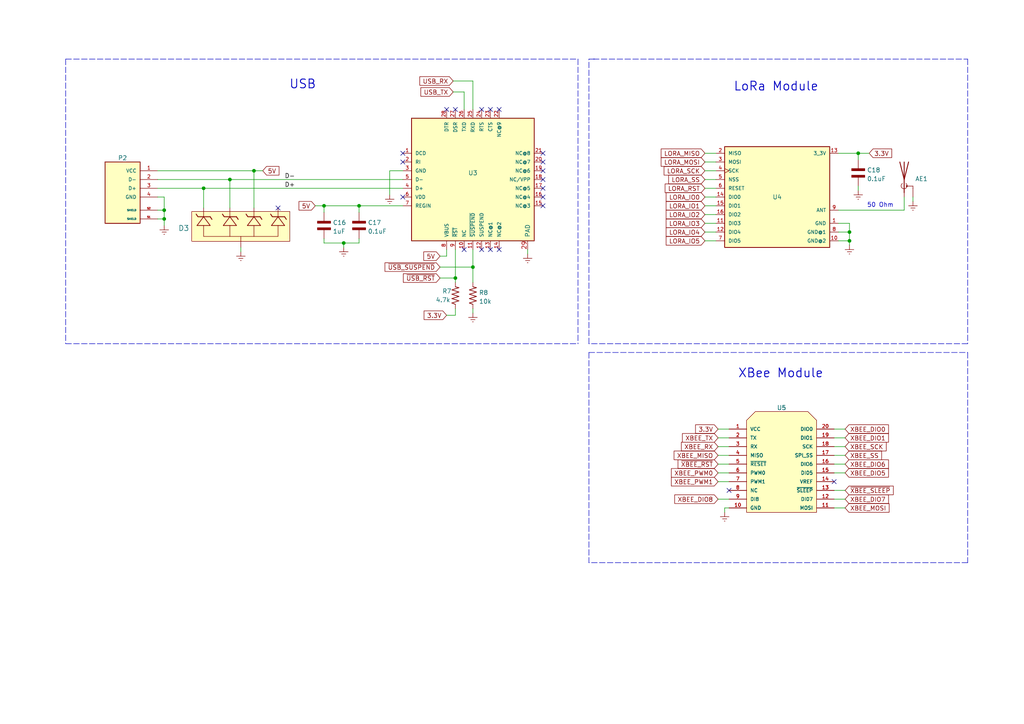
<source format=kicad_sch>
(kicad_sch (version 20211123) (generator eeschema)
  (paper "A4")
  (lib_symbols
    (symbol "Ground-Station-Telemetry:142-0701-851" (pin_numbers hide) (pin_names (offset 1.016) hide)
      (property "Reference" "AE" (at -1.905 4.445 0))
      (symbol "142-0701-851_0_1"
        (arc (start -0.508 -1.143) (mid -0.8429 -2.1194) (end 0 -2.667))
        (arc (start 0 -2.667) (mid 0.7989 -2.1052) (end 0.508 -1.143))
        (polyline (pts (xy 0 -2.54) (xy 0 0)))
        (polyline (pts (xy 0 5.08) (xy 0 -3.81)) (stroke (width 0.254)))
        (polyline (pts (xy 0.762 -1.905) (xy 2.54 -1.905)))
        (polyline (pts (xy 2.54 -2.54) (xy 2.54 -1.905)))
        (polyline (pts (xy 1.27 5.08) (xy 0 0) (xy -1.27 5.08)) (stroke (width 0.254)))
        (circle (center 0.762 -1.905) (radius 0.1778) (fill (type outline)))
      )
      (symbol "142-0701-851_1_1"
        (pin input line (at 0 -5.08 90) (length 2.54) (name "A") (number "1"))
        (pin input line (at 2.54 -5.08 90) (length 2.54) (name "Shield") (number "2"))
      )
    )
    (symbol "Ground-Station-Telemetry:CAP_0603" (pin_numbers hide) (pin_names (offset 1.016) hide)
      (property "Reference" "C" (at -1.27 3.81 0))
      (property "Value" "CAP_0603" (at -3.81 -3.81 0))
      (symbol "CAP_0603_0_0"
        (rectangle (start -1.27 -1.905) (end -0.635 1.905) (fill (type outline)))
        (rectangle (start 0.635 -1.905) (end 1.27 1.905) (fill (type outline)))
        (pin passive line (at 3.81 0 180) (length 2.54) (name "~") (number "1"))
        (pin passive line (at -3.81 0 0) (length 2.54) (name "~") (number "2"))
      )
    )
    (symbol "Ground-Station-Telemetry:CP2102-GMR(QFN28)" (pin_names (offset 1.016))
      (property "Reference" "U" (at -15.24 19.05 0))
      (symbol "CP2102-GMR(QFN28)_0_0"
        (rectangle (start -17.78 17.78) (end 17.78 -17.78) (stroke (width 0.254)) (fill (type background)))
        (pin bidirectional line (at -20.32 7.62 0) (length 2.54) (name "DCD") (number "1"))
        (pin bidirectional line (at -2.54 -20.32 90) (length 2.54) (name "NC") (number "10"))
        (pin bidirectional line (at 0 -20.32 90) (length 2.54) (name "~{SUSPEND}") (number "11"))
        (pin bidirectional line (at 2.54 -20.32 90) (length 2.54) (name "SUSPEND") (number "12"))
        (pin bidirectional line (at 5.08 -20.32 90) (length 2.54) (name "NC@1") (number "13"))
        (pin bidirectional line (at 7.62 -20.32 90) (length 2.54) (name "NC@2") (number "14"))
        (pin bidirectional line (at 20.32 -7.62 180) (length 2.54) (name "NC@3") (number "15"))
        (pin bidirectional line (at 20.32 -5.08 180) (length 2.54) (name "NC@4") (number "16"))
        (pin bidirectional line (at 20.32 -2.54 180) (length 2.54) (name "NC@5") (number "17"))
        (pin bidirectional line (at 20.32 0 180) (length 2.54) (name "NC/VPP") (number "18"))
        (pin bidirectional line (at 20.32 2.54 180) (length 2.54) (name "NC@6") (number "19"))
        (pin bidirectional line (at -20.32 5.08 0) (length 2.54) (name "RI") (number "2"))
        (pin bidirectional line (at 20.32 5.08 180) (length 2.54) (name "NC@7") (number "20"))
        (pin bidirectional line (at 20.32 7.62 180) (length 2.54) (name "NC@8") (number "21"))
        (pin bidirectional line (at 7.62 20.32 270) (length 2.54) (name "NC@9") (number "22"))
        (pin bidirectional line (at 5.08 20.32 270) (length 2.54) (name "CTS") (number "23"))
        (pin bidirectional line (at 2.54 20.32 270) (length 2.54) (name "RTS") (number "24"))
        (pin bidirectional line (at 0 20.32 270) (length 2.54) (name "RXD") (number "25"))
        (pin bidirectional line (at -2.54 20.32 270) (length 2.54) (name "TXD") (number "26"))
        (pin bidirectional line (at -5.08 20.32 270) (length 2.54) (name "DSR") (number "27"))
        (pin bidirectional line (at -7.62 20.32 270) (length 2.54) (name "DTR") (number "28"))
        (pin power_in line (at -20.32 2.54 0) (length 2.54) (name "GND") (number "3"))
        (pin bidirectional line (at -20.32 -2.54 0) (length 2.54) (name "D+") (number "4"))
        (pin bidirectional line (at -20.32 0 0) (length 2.54) (name "D-") (number "5"))
        (pin bidirectional line (at -20.32 -5.08 0) (length 2.54) (name "VDD") (number "6"))
        (pin power_in line (at -20.32 -7.62 0) (length 2.54) (name "REGIN") (number "7"))
        (pin power_in line (at -7.62 -20.32 90) (length 2.54) (name "VBUS") (number "8"))
        (pin bidirectional line (at -5.08 -20.32 90) (length 2.54) (name "~{RST}") (number "9"))
      )
      (symbol "CP2102-GMR(QFN28)_1_1"
        (pin passive line (at 15.875 -20.32 90) (length 2.54) (name "PAD") (number "29"))
      )
    )
    (symbol "Ground-Station-Telemetry:Earth" (power) (pin_names (offset 0))
      (symbol "Earth_0_1"
        (polyline (pts (xy -0.635 -1.905) (xy 0.635 -1.905)))
        (polyline (pts (xy -0.127 -2.54) (xy 0.127 -2.54)))
        (polyline (pts (xy 0 -1.27) (xy 0 0)))
        (polyline (pts (xy 1.27 -1.27) (xy -1.27 -1.27)))
      )
      (symbol "Earth_1_1"
        (pin power_in line (at 0 0 270) (length 0) hide (name "Earth") (number "1"))
      )
    )
    (symbol "Ground-Station-Telemetry:RES_0603" (pin_numbers hide) (pin_names (offset 1.016) hide)
      (property "Reference" "R" (at -1.27 1.27 0))
      (property "Value" "RES_0603" (at -3.81 -2.54 0))
      (symbol "RES_0603_0_0"
        (polyline (pts (xy -2.54 0) (xy -2.159 1.016)) (stroke (width 0.2032)))
        (polyline (pts (xy -2.159 1.016) (xy -1.524 -1.016)) (stroke (width 0.2032)))
        (polyline (pts (xy -1.524 -1.016) (xy -0.889 1.016)) (stroke (width 0.2032)))
        (polyline (pts (xy -0.889 1.016) (xy -0.254 -1.016)) (stroke (width 0.2032)))
        (polyline (pts (xy -0.254 -1.016) (xy 0.381 1.016)) (stroke (width 0.2032)))
        (polyline (pts (xy 0.381 1.016) (xy 1.016 -1.016)) (stroke (width 0.2032)))
        (polyline (pts (xy 1.016 -1.016) (xy 1.651 1.016)) (stroke (width 0.2032)))
        (polyline (pts (xy 1.651 1.016) (xy 2.286 -1.016)) (stroke (width 0.2032)))
        (polyline (pts (xy 2.286 -1.016) (xy 2.54 0)) (stroke (width 0.2032)))
        (pin passive line (at -3.81 0 0) (length 1.27) (name "~") (number "1"))
        (pin passive line (at 3.81 0 180) (length 1.27) (name "~") (number "2"))
      )
    )
    (symbol "Ground-Station-Telemetry:RFM95W-868S2" (pin_names (offset 1.016))
      (property "Reference" "U" (at -4.445 14.605 0))
      (property "Value" "RFM95W-868S2" (at -7.62 -1.905 0))
      (symbol "RFM95W-868S2_0_0"
        (rectangle (start -15.24 14.605) (end 15.24 -14.605) (stroke (width 0.254)) (fill (type background)))
        (pin power_in line (at 17.78 -7.62 180) (length 2.54) (name "GND") (number "1"))
        (pin power_in line (at 17.78 -12.7 180) (length 2.54) (name "GND@2") (number "10"))
        (pin bidirectional line (at -17.78 -7.62 0) (length 2.54) (name "DIO3") (number "11"))
        (pin bidirectional line (at -17.78 -10.16 0) (length 2.54) (name "DIO4") (number "12"))
        (pin power_in line (at 17.78 12.7 180) (length 2.54) (name "3_3V") (number "13"))
        (pin bidirectional line (at -17.78 0 0) (length 2.54) (name "DIO0") (number "14"))
        (pin bidirectional line (at -17.78 -2.54 0) (length 2.54) (name "DIO1") (number "15"))
        (pin bidirectional line (at -17.78 -5.08 0) (length 2.54) (name "DIO2") (number "16"))
        (pin input line (at -17.78 12.7 0) (length 2.54) (name "MISO") (number "2"))
        (pin output line (at -17.78 10.16 0) (length 2.54) (name "MOSI") (number "3"))
        (pin input clock (at -17.78 7.62 0) (length 2.54) (name "SCK") (number "4"))
        (pin input line (at -17.78 5.08 0) (length 2.54) (name "NSS") (number "5"))
        (pin bidirectional line (at -17.78 2.54 0) (length 2.54) (name "RESET") (number "6"))
        (pin bidirectional line (at -17.78 -12.7 0) (length 2.54) (name "DIO5") (number "7"))
        (pin power_in line (at 17.78 -10.16 180) (length 2.54) (name "GND@1") (number "8"))
        (pin passive line (at 17.78 -3.81 180) (length 2.54) (name "ANT") (number "9"))
      )
    )
    (symbol "Ground-Station-Telemetry:SP0504BAHTG" (pin_numbers hide) (pin_names hide)
      (property "Reference" "D" (at -15.748 1.905 0))
      (symbol "SP0504BAHTG_0_1"
        (rectangle (start -14.224 4.699) (end 14.224 -3.937) (stroke (width 0.1524)) (fill (type background)))
        (polyline (pts (xy -8.89 3.175) (xy -8.382 2.413)) (stroke (width 0.254)))
        (polyline (pts (xy -3.175 0.635) (xy -3.175 -2.54)) (stroke (width 0.1524)))
        (polyline (pts (xy 3.81 0.635) (xy 3.81 -2.54)) (stroke (width 0.1524)))
        (polyline (pts (xy -8.89 3.175) (xy -12.446 3.175) (xy -12.954 3.937)) (stroke (width 0.254)))
        (polyline (pts (xy 10.795 0.635) (xy 10.795 -2.54) (xy 0 -2.54)) (stroke (width 0.1524)))
        (polyline (pts (xy 0 -3.175) (xy 0 -2.54) (xy -10.795 -2.54) (xy -10.795 0.635)) (stroke (width 0.1524)))
      )
      (symbol "SP0504BAHTG_1_1"
        (polyline (pts (xy -12.7 0.635) (xy -8.89 0.635)) (stroke (width 0.2032)))
        (polyline (pts (xy -10.795 3.175) (xy -12.7 0.635)) (stroke (width 0.2032)))
        (polyline (pts (xy -8.89 0.635) (xy -10.795 3.175)) (stroke (width 0.2032)))
        (polyline (pts (xy -5.08 0.635) (xy -1.27 0.635)) (stroke (width 0.2032)))
        (polyline (pts (xy -3.175 3.175) (xy -5.08 0.635)) (stroke (width 0.2032)))
        (polyline (pts (xy -1.27 0.635) (xy -3.175 3.175)) (stroke (width 0.2032)))
        (polyline (pts (xy -1.27 3.175) (xy -0.762 2.413)) (stroke (width 0.254)))
        (polyline (pts (xy 1.905 0.635) (xy 5.715 0.635)) (stroke (width 0.2032)))
        (polyline (pts (xy 3.81 3.175) (xy 1.905 0.635)) (stroke (width 0.2032)))
        (polyline (pts (xy 5.588 3.175) (xy 6.096 2.413)) (stroke (width 0.254)))
        (polyline (pts (xy 5.715 0.635) (xy 3.81 3.175)) (stroke (width 0.2032)))
        (polyline (pts (xy 8.89 0.635) (xy 12.7 0.635)) (stroke (width 0.2032)))
        (polyline (pts (xy 10.795 3.175) (xy 8.89 0.635)) (stroke (width 0.2032)))
        (polyline (pts (xy 12.7 0.635) (xy 10.795 3.175)) (stroke (width 0.2032)))
        (polyline (pts (xy 12.7 3.175) (xy 13.208 2.413)) (stroke (width 0.254)))
        (polyline (pts (xy -1.27 3.175) (xy -4.826 3.175) (xy -5.334 3.937)) (stroke (width 0.254)))
        (polyline (pts (xy 5.588 3.175) (xy 2.032 3.175) (xy 1.524 3.937)) (stroke (width 0.254)))
        (polyline (pts (xy 12.7 3.175) (xy 9.144 3.175) (xy 8.636 3.937)) (stroke (width 0.254)))
        (pin passive line (at -10.795 5.715 270) (length 2.54) (name "~") (number "1"))
        (pin passive line (at 0 -5.715 90) (length 2.54) (name "~") (number "2"))
        (pin passive line (at -3.175 5.715 270) (length 2.54) (name "~") (number "3"))
        (pin passive line (at 3.81 5.715 270) (length 2.54) (name "~") (number "4"))
        (pin passive line (at 10.795 5.715 270) (length 2.54) (name "~") (number "5"))
      )
    )
    (symbol "Ground-Station-Telemetry:USB" (pin_names (offset 1.016))
      (property "Reference" "P" (at -5.08 10.922 0))
      (symbol "USB_0_0"
        (rectangle (start -5.08 -7.62) (end 5.08 10.16) (stroke (width 0.254)) (fill (type background)))
        (pin power_out line (at -10.16 7.62 0) (length 5.08) (name "VCC") (number "1"))
        (pin bidirectional line (at -10.16 5.08 0) (length 5.08) (name "D-") (number "2"))
        (pin bidirectional line (at -10.16 2.54 0) (length 5.08) (name "D+") (number "3"))
        (pin power_out line (at -10.16 0 0) (length 5.08) (name "GND") (number "4"))
        (pin passive line (at -10.16 -6.35 0) (length 5.08) (name "SHIELD") (number "S1"))
        (pin passive line (at -10.16 -3.81 0) (length 5.08) (name "SHIELD") (number "S2"))
      )
    )
    (symbol "Ground-Station-Telemetry:XB24CDMPIT-001" (pin_names (offset 1.016))
      (property "Reference" "U" (at -3.175 16.51 0))
      (symbol "XB24CDMPIT-001_0_0"
        (pin bidirectional line (at -15.24 10.16 0) (length 5.08) (name "VCC") (number "1"))
        (pin bidirectional line (at -15.24 -12.7 0) (length 5.08) (name "GND") (number "10"))
        (pin bidirectional line (at 15.24 -12.7 180) (length 5.08) (name "MOSI") (number "11"))
        (pin bidirectional line (at 15.24 -10.16 180) (length 5.08) (name "DI07") (number "12"))
        (pin bidirectional line (at 15.24 -7.62 180) (length 5.08) (name "~{SLEEP}") (number "13"))
        (pin bidirectional line (at 15.24 -5.08 180) (length 5.08) (name "VREF") (number "14"))
        (pin bidirectional line (at 15.24 -2.54 180) (length 5.08) (name "DI05") (number "15"))
        (pin bidirectional line (at 15.24 0 180) (length 5.08) (name "DIO6") (number "16"))
        (pin bidirectional line (at 15.24 2.54 180) (length 5.08) (name "SPI_SS") (number "17"))
        (pin bidirectional line (at 15.24 5.08 180) (length 5.08) (name "SCK") (number "18"))
        (pin bidirectional line (at 15.24 7.62 180) (length 5.08) (name "DIO1") (number "19"))
        (pin bidirectional line (at -15.24 7.62 0) (length 5.08) (name "TX") (number "2"))
        (pin bidirectional line (at 15.24 10.16 180) (length 5.08) (name "DIO0") (number "20"))
        (pin bidirectional line (at -15.24 5.08 0) (length 5.08) (name "RX") (number "3"))
        (pin bidirectional line (at -15.24 2.54 0) (length 5.08) (name "MISO") (number "4"))
        (pin bidirectional line (at -15.24 0 0) (length 5.08) (name "~{RESET}") (number "5"))
        (pin bidirectional line (at -15.24 -2.54 0) (length 5.08) (name "PWM0") (number "6"))
        (pin bidirectional line (at -15.24 -5.08 0) (length 5.08) (name "PWM1") (number "7"))
        (pin bidirectional line (at -15.24 -7.62 0) (length 5.08) (name "NC") (number "8"))
        (pin bidirectional line (at -15.24 -10.16 0) (length 5.08) (name "DI8") (number "9"))
      )
      (symbol "XB24CDMPIT-001_1_1"
        (polyline (pts (xy -10.16 -13.97) (xy -10.16 12.7) (xy -7.62 15.24) (xy 7.62 15.24) (xy 10.16 12.7) (xy 10.16 -13.97) (xy -10.16 -13.97)) (stroke (width 0.1524)) (fill (type background)))
      )
    )
  )
  (junction (at 132.08 80.645))
  (junction (at 246.38 67.31))
  (junction (at 93.98 59.69))
  (junction (at 137.16 77.47))
  (junction (at 47.625 63.5))
  (junction (at 59.055 54.61))
  (junction (at 47.625 60.96))
  (junction (at 66.675 52.07))
  (junction (at 99.695 70.485))
  (junction (at 248.92 44.45))
  (junction (at 104.14 59.69))
  (junction (at 246.38 69.85))
  (junction (at 73.66 49.53))
  (no_connect (at 134.62 72.39))
  (no_connect (at 139.7 72.39))
  (no_connect (at 142.24 72.39))
  (no_connect (at 144.78 72.39))
  (no_connect (at 116.84 44.45))
  (no_connect (at 116.84 46.99))
  (no_connect (at 241.935 139.7))
  (no_connect (at 116.84 57.15))
  (no_connect (at 80.645 60.325))
  (no_connect (at 157.48 44.45))
  (no_connect (at 157.48 49.53))
  (no_connect (at 157.48 54.61))
  (no_connect (at 157.48 57.15))
  (no_connect (at 157.48 52.07))
  (no_connect (at 157.48 59.69))
  (no_connect (at 157.48 46.99))
  (no_connect (at 142.24 31.75))
  (no_connect (at 139.7 31.75))
  (no_connect (at 132.08 31.75))
  (no_connect (at 144.78 31.75))
  (no_connect (at 129.54 31.75))
  (no_connect (at 211.455 142.24))
  (wire (pts (xy 204.47 52.07) (xy 207.645 52.07)))
  (wire (pts (xy 246.38 69.85) (xy 246.38 71.12)))
  (polyline (pts (xy 19.05 17.145) (xy 19.05 99.695)))
  (wire (pts (xy 208.28 137.16) (xy 211.455 137.16)))
  (wire (pts (xy 69.85 71.755) (xy 69.85 73.025)))
  (wire (pts (xy 204.47 69.85) (xy 207.645 69.85)))
  (wire (pts (xy 99.695 70.485) (xy 104.14 70.485)))
  (wire (pts (xy 204.47 64.77) (xy 207.645 64.77)))
  (wire (pts (xy 241.935 134.62) (xy 245.11 134.62)))
  (wire (pts (xy 127.635 74.295) (xy 129.54 74.295)))
  (wire (pts (xy 153.035 72.39) (xy 153.035 73.66)))
  (wire (pts (xy 127.635 80.645) (xy 132.08 80.645)))
  (wire (pts (xy 132.08 72.39) (xy 132.08 80.645)))
  (wire (pts (xy 104.14 70.485) (xy 104.14 69.215)))
  (wire (pts (xy 132.08 91.44) (xy 132.08 89.535)))
  (wire (pts (xy 241.935 129.54) (xy 245.11 129.54)))
  (wire (pts (xy 241.935 142.24) (xy 245.11 142.24)))
  (wire (pts (xy 45.72 52.07) (xy 66.675 52.07)))
  (wire (pts (xy 137.16 72.39) (xy 137.16 77.47)))
  (wire (pts (xy 137.16 23.495) (xy 131.445 23.495)))
  (wire (pts (xy 204.47 62.23) (xy 207.645 62.23)))
  (wire (pts (xy 248.92 44.45) (xy 252.095 44.45)))
  (wire (pts (xy 93.98 59.69) (xy 93.98 61.595)))
  (wire (pts (xy 241.935 137.16) (xy 245.11 137.16)))
  (wire (pts (xy 210.185 147.32) (xy 210.185 148.59)))
  (polyline (pts (xy 280.67 163.195) (xy 170.815 163.195)))
  (polyline (pts (xy 280.67 102.235) (xy 280.67 163.195)))
  (wire (pts (xy 45.72 60.96) (xy 47.625 60.96)))
  (polyline (pts (xy 167.64 17.145) (xy 167.64 99.695)))
  (wire (pts (xy 66.675 52.07) (xy 66.675 60.325)))
  (wire (pts (xy 241.935 124.46) (xy 245.11 124.46)))
  (wire (pts (xy 262.255 60.96) (xy 262.255 57.15)))
  (wire (pts (xy 211.455 147.32) (xy 210.185 147.32)))
  (wire (pts (xy 113.03 49.53) (xy 113.03 56.515)))
  (wire (pts (xy 116.84 49.53) (xy 113.03 49.53)))
  (wire (pts (xy 129.54 74.295) (xy 129.54 72.39)))
  (wire (pts (xy 204.47 46.99) (xy 207.645 46.99)))
  (polyline (pts (xy 170.815 99.695) (xy 170.815 17.145)))
  (wire (pts (xy 45.72 54.61) (xy 59.055 54.61)))
  (wire (pts (xy 208.28 139.7) (xy 211.455 139.7)))
  (wire (pts (xy 208.28 129.54) (xy 211.455 129.54)))
  (wire (pts (xy 73.66 49.53) (xy 76.2 49.53)))
  (wire (pts (xy 59.055 54.61) (xy 59.055 60.325)))
  (wire (pts (xy 208.28 134.62) (xy 211.455 134.62)))
  (wire (pts (xy 47.625 57.15) (xy 47.625 60.96)))
  (polyline (pts (xy 280.67 99.695) (xy 170.815 99.695)))
  (wire (pts (xy 243.205 69.85) (xy 246.38 69.85)))
  (wire (pts (xy 241.935 144.78) (xy 245.11 144.78)))
  (wire (pts (xy 204.47 67.31) (xy 207.645 67.31)))
  (wire (pts (xy 137.16 31.75) (xy 137.16 23.495)))
  (wire (pts (xy 127.635 77.47) (xy 137.16 77.47)))
  (wire (pts (xy 93.98 59.69) (xy 104.14 59.69)))
  (wire (pts (xy 204.47 57.15) (xy 207.645 57.15)))
  (polyline (pts (xy 170.815 102.235) (xy 170.815 163.195)))
  (wire (pts (xy 93.98 69.215) (xy 93.98 70.485)))
  (wire (pts (xy 243.205 64.77) (xy 246.38 64.77)))
  (wire (pts (xy 241.935 147.32) (xy 245.11 147.32)))
  (wire (pts (xy 66.675 52.07) (xy 116.84 52.07)))
  (wire (pts (xy 93.98 70.485) (xy 99.695 70.485)))
  (wire (pts (xy 243.205 67.31) (xy 246.38 67.31)))
  (wire (pts (xy 104.14 59.69) (xy 116.84 59.69)))
  (wire (pts (xy 241.935 127) (xy 245.11 127)))
  (wire (pts (xy 204.47 49.53) (xy 207.645 49.53)))
  (polyline (pts (xy 19.05 17.145) (xy 167.64 17.145)))
  (wire (pts (xy 47.625 63.5) (xy 47.625 65.405)))
  (wire (pts (xy 241.935 132.08) (xy 245.11 132.08)))
  (wire (pts (xy 91.44 59.69) (xy 93.98 59.69)))
  (wire (pts (xy 208.28 124.46) (xy 211.455 124.46)))
  (wire (pts (xy 204.47 44.45) (xy 207.645 44.45)))
  (wire (pts (xy 248.92 53.975) (xy 248.92 55.245)))
  (wire (pts (xy 243.205 44.45) (xy 248.92 44.45)))
  (wire (pts (xy 137.16 89.535) (xy 137.16 90.805)))
  (wire (pts (xy 243.205 60.96) (xy 262.255 60.96)))
  (wire (pts (xy 246.38 67.31) (xy 246.38 69.85)))
  (wire (pts (xy 132.08 81.915) (xy 132.08 80.645)))
  (wire (pts (xy 59.055 54.61) (xy 116.84 54.61)))
  (polyline (pts (xy 280.67 17.145) (xy 280.67 99.695)))
  (wire (pts (xy 134.62 31.75) (xy 134.62 26.67)))
  (wire (pts (xy 246.38 64.77) (xy 246.38 67.31)))
  (wire (pts (xy 45.72 63.5) (xy 47.625 63.5)))
  (polyline (pts (xy 170.815 17.145) (xy 172.72 17.145)))
  (wire (pts (xy 204.47 59.69) (xy 207.645 59.69)))
  (wire (pts (xy 45.72 57.15) (xy 47.625 57.15)))
  (wire (pts (xy 134.62 26.67) (xy 131.445 26.67)))
  (polyline (pts (xy 172.085 17.145) (xy 280.67 17.145)))
  (wire (pts (xy 208.28 132.08) (xy 211.455 132.08)))
  (polyline (pts (xy 170.815 102.235) (xy 280.67 102.235)))
  (polyline (pts (xy 19.05 99.695) (xy 167.64 99.695)))
  (wire (pts (xy 73.66 49.53) (xy 73.66 60.325)))
  (wire (pts (xy 45.72 49.53) (xy 73.66 49.53)))
  (wire (pts (xy 208.28 144.78) (xy 211.455 144.78)))
  (wire (pts (xy 99.695 70.485) (xy 99.695 71.755)))
  (wire (pts (xy 208.28 127) (xy 211.455 127)))
  (wire (pts (xy 47.625 60.96) (xy 47.625 63.5)))
  (wire (pts (xy 248.92 44.45) (xy 248.92 46.355)))
  (wire (pts (xy 137.16 77.47) (xy 137.16 81.915)))
  (wire (pts (xy 129.54 91.44) (xy 132.08 91.44)))
  (wire (pts (xy 104.14 59.69) (xy 104.14 61.595)))
  (wire (pts (xy 204.47 54.61) (xy 207.645 54.61)))
  (wire (pts (xy 264.795 57.15) (xy 264.795 58.42)))
  (text "USB" (at 83.82 26.035 0) (effects (font (size 2.54 2.54) (thickness 0.254) bold) (justify left bottom)))
  (text "50 Ohm" (at 251.46 60.325 0) (effects (font (size 1.27 1.27)) (justify left bottom)))
  (text "LoRa Module" (at 212.725 26.67 0) (effects (font (size 2.54 2.54) (thickness 0.254) bold) (justify left bottom)))
  (text "XBee Module" (at 213.995 109.855 0) (effects (font (size 2.54 2.54) (thickness 0.254) bold) (justify left bottom)))
  (label "D+" (at 82.55 54.61 0))
  (label "D-" (at 82.55 52.07 0))
  (global_label "XBEE_MISO" (shape input) (at 208.28 132.08 180) (property "Intersheet References" "${INTERSHEET_REFS}" (effects hide)))
  (global_label "XBEE_DIO5" (shape input) (at 245.11 137.16 0) (property "Intersheet References" "${INTERSHEET_REFS}" (effects hide)))
  (global_label "USB_TX" (shape input) (at 131.445 26.67 180) (property "Intersheet References" "${INTERSHEET_REFS}" (effects hide)))
  (global_label "5V" (shape input) (at 76.2 49.53 0) (property "Intersheet References" "${INTERSHEET_REFS}" (effects hide)))
  (global_label "LORA_RST" (shape input) (at 204.47 54.61 180) (property "Intersheet References" "${INTERSHEET_REFS}" (effects hide)))
  (global_label "XBEE_SS" (shape input) (at 245.11 132.08 0) (property "Intersheet References" "${INTERSHEET_REFS}" (effects hide)))
  (global_label "LORA_IO2" (shape input) (at 204.47 62.23 180) (property "Intersheet References" "${INTERSHEET_REFS}" (effects hide)))
  (global_label "LORA_IO1" (shape input) (at 204.47 59.69 180) (property "Intersheet References" "${INTERSHEET_REFS}" (effects hide)))
  (global_label "~{XBEE_SLEEP}" (shape input) (at 245.11 142.24 0) (property "Intersheet References" "${INTERSHEET_REFS}" (effects hide)))
  (global_label "XBEE_SCK" (shape input) (at 245.11 129.54 0) (property "Intersheet References" "${INTERSHEET_REFS}" (effects hide)))
  (global_label "XBEE_DIO7" (shape input) (at 245.11 144.78 0) (property "Intersheet References" "${INTERSHEET_REFS}" (effects hide)))
  (global_label "XBEE_TX" (shape input) (at 208.28 127 180) (property "Intersheet References" "${INTERSHEET_REFS}" (effects hide)))
  (global_label "XBEE_DIO6" (shape input) (at 245.11 134.62 0) (property "Intersheet References" "${INTERSHEET_REFS}" (effects hide)))
  (global_label "LORA_MISO" (shape input) (at 204.47 44.45 180) (property "Intersheet References" "${INTERSHEET_REFS}" (effects hide)))
  (global_label "~{USB_SUSPEND}" (shape input) (at 127.635 77.47 180) (property "Intersheet References" "${INTERSHEET_REFS}" (effects hide)))
  (global_label "3.3V" (shape input) (at 252.095 44.45 0) (property "Intersheet References" "${INTERSHEET_REFS}" (effects hide)))
  (global_label "XBEE_MOSI" (shape input) (at 245.11 147.32 0) (property "Intersheet References" "${INTERSHEET_REFS}" (effects hide)))
  (global_label "5V" (shape input) (at 127.635 74.295 180) (property "Intersheet References" "${INTERSHEET_REFS}" (effects hide)))
  (global_label "3.3V" (shape input) (at 208.28 124.46 180) (property "Intersheet References" "${INTERSHEET_REFS}" (effects hide)))
  (global_label "XBEE_DIO8" (shape input) (at 208.28 144.78 180) (property "Intersheet References" "${INTERSHEET_REFS}" (effects hide)))
  (global_label "XBEE_RX" (shape input) (at 208.28 129.54 180) (property "Intersheet References" "${INTERSHEET_REFS}" (effects hide)))
  (global_label "LORA_IO3" (shape input) (at 204.47 64.77 180) (property "Intersheet References" "${INTERSHEET_REFS}" (effects hide)))
  (global_label "XBEE_PWM1" (shape input) (at 208.28 139.7 180) (property "Intersheet References" "${INTERSHEET_REFS}" (effects hide)))
  (global_label "XBEE_DIO1" (shape input) (at 245.11 127 0) (property "Intersheet References" "${INTERSHEET_REFS}" (effects hide)))
  (global_label "LORA_SS" (shape input) (at 204.47 52.07 180) (property "Intersheet References" "${INTERSHEET_REFS}" (effects hide)))
  (global_label "3.3V" (shape input) (at 129.54 91.44 180) (property "Intersheet References" "${INTERSHEET_REFS}" (effects hide)))
  (global_label "~{USB_RST}" (shape input) (at 127.635 80.645 180) (property "Intersheet References" "${INTERSHEET_REFS}" (effects hide)))
  (global_label "LORA_SCK" (shape input) (at 204.47 49.53 180) (property "Intersheet References" "${INTERSHEET_REFS}" (effects hide)))
  (global_label "XBEE_DIO0" (shape input) (at 245.11 124.46 0) (property "Intersheet References" "${INTERSHEET_REFS}" (effects hide)))
  (global_label "LORA_MOSI" (shape input) (at 204.47 46.99 180) (property "Intersheet References" "${INTERSHEET_REFS}" (effects hide)))
  (global_label "LORA_IO4" (shape input) (at 204.47 67.31 180) (property "Intersheet References" "${INTERSHEET_REFS}" (effects hide)))
  (global_label "LORA_IO0" (shape input) (at 204.47 57.15 180) (property "Intersheet References" "${INTERSHEET_REFS}" (effects hide)))
  (global_label "~{XBEE_RST}" (shape input) (at 208.28 134.62 180) (property "Intersheet References" "${INTERSHEET_REFS}" (effects hide)))
  (global_label "USB_RX" (shape input) (at 131.445 23.495 180) (property "Intersheet References" "${INTERSHEET_REFS}" (effects hide)))
  (global_label "XBEE_PWM0" (shape input) (at 208.28 137.16 180) (property "Intersheet References" "${INTERSHEET_REFS}" (effects hide)))
  (global_label "LORA_IO5" (shape input) (at 204.47 69.85 180) (property "Intersheet References" "${INTERSHEET_REFS}" (effects hide)))
  (global_label "5V" (shape input) (at 91.44 59.69 180) (property "Intersheet References" "${INTERSHEET_REFS}" (effects hide)))
  (symbol (lib_id "Ground-Station-Telemetry:Earth") (at 113.03 56.515 0) (unit 1)
    (property "Reference" "#PWR016" (effects hide))
    (property "Value" "Earth" (effects hide))
  )
  (symbol (lib_id "Ground-Station-Telemetry:Earth") (at 69.85 73.025 0) (unit 1)
    (property "Reference" "#PWR014" (effects hide))
    (property "Value" "Earth" (effects hide))
  )
  (symbol (lib_id "Ground-Station-Telemetry:CAP_0603") (at 248.92 50.165 90) (unit 1)
    (property "Reference" "C18" (at 251.46 49.3303 90) (effects (justify right)))
    (property "Value" "0.1uF" (at 251.46 51.8672 90) (effects (justify right)))
    (property "Footprint" "Ground-Station-Telemetry:CAP_0603" (effects hide))
  )
  (symbol (lib_id "Ground-Station-Telemetry:Earth") (at 264.795 58.42 0) (unit 1)
    (property "Reference" "#PWR022" (effects hide))
    (property "Value" "Earth" (effects hide))
  )
  (symbol (lib_id "Ground-Station-Telemetry:Earth") (at 137.16 90.805 0) (unit 1)
    (property "Reference" "#PWR017" (effects hide))
    (property "Value" "Earth" (effects hide))
  )
  (symbol (lib_id "Ground-Station-Telemetry:Earth") (at 210.185 148.59 0) (unit 1)
    (property "Reference" "#PWR019" (effects hide))
    (property "Value" "Earth" (effects hide))
  )
  (symbol (lib_id "Ground-Station-Telemetry:RES_0603") (at 132.08 85.725 90) (unit 1)
    (property "Reference" "R7" (at 128.27 84.455 90) (effects (justify right)))
    (property "Value" "4.7k" (at 126.365 86.995 90) (effects (justify right)))
    (property "Footprint" "Ground-Station-Telemetry:RES_0603" (effects hide))
  )
  (symbol (lib_id "Ground-Station-Telemetry:RES_0603") (at 137.16 85.725 90) (unit 1)
    (property "Reference" "R8" (at 138.9126 84.8903 90) (effects (justify right)))
    (property "Value" "10k" (at 138.9126 87.4272 90) (effects (justify right)))
    (property "Footprint" "Ground-Station-Telemetry:RES_0603" (effects hide))
  )
  (symbol (lib_id "Ground-Station-Telemetry:Earth") (at 47.625 65.405 0) (unit 1)
    (property "Reference" "#PWR013" (effects hide))
    (property "Value" "Earth" (effects hide))
  )
  (symbol (lib_id "Ground-Station-Telemetry:USB") (at 35.56 57.15 0) (mirror y) (unit 1)
    (property "Reference" "P2" (at 35.56 45.8272 0))
    (property "Value" "USB" (effects hide))
    (property "Footprint" "Ground-Station-Telemetry:USB-TypeB" (effects hide))
  )
  (symbol (lib_id "Ground-Station-Telemetry:RFM95W-868S2") (at 225.425 57.15 0) (unit 1)
    (property "Reference" "U4" (at 225.425 57.15 0))
    (property "Value" "RFM95W-868S2" (effects hide))
    (property "Footprint" "Ground-Station-Telemetry:RFM95" (effects hide))
  )
  (symbol (lib_id "Ground-Station-Telemetry:Earth") (at 248.92 55.245 0) (unit 1)
    (property "Reference" "#PWR021" (effects hide))
    (property "Value" "Earth" (effects hide))
  )
  (symbol (lib_id "Ground-Station-Telemetry:XB24CDMPIT-001") (at 226.695 134.62 0) (unit 1)
    (property "Reference" "U5" (at 226.695 118.268 0))
    (property "Value" "XB24CDMPIT-001" (effects hide))
    (property "Footprint" "Ground-Station-Telemetry:XBee" (effects hide))
  )
  (symbol (lib_id "Ground-Station-Telemetry:CP2102-GMR(QFN28)") (at 137.16 52.07 0) (unit 1)
    (property "Reference" "U3" (at 137.16 50.165 0))
    (property "Value" "CP2102-GMR(QFN28)" (effects hide))
    (property "Footprint" "Ground-Station-Telemetry:CP2012-GMR" (effects hide))
    (property "MPN" "CP2102-GMR" (effects hide))
  )
  (symbol (lib_id "Ground-Station-Telemetry:142-0701-851") (at 262.255 52.07 0) (unit 1)
    (property "Reference" "AE1" (at 265.43 51.8688 0) (effects (justify left)))
    (property "Value" "142-0701-851" (effects hide))
    (property "Footprint" "Ground-Station-Telemetry:142-0701-851" (effects hide))
  )
  (symbol (lib_id "Ground-Station-Telemetry:SP0504BAHTG") (at 69.85 66.04 0) (unit 1)
    (property "Reference" "D3" (at 54.9148 66.1795 0) (effects (font (size 1.524 1.524)) (justify right)))
    (property "Value" "SP0504BAHTG" (effects hide))
    (property "Footprint" "Ground-Station-Telemetry:SP0504BAHTG" (effects hide))
  )
  (symbol (lib_id "Ground-Station-Telemetry:Earth") (at 99.695 71.755 0) (unit 1)
    (property "Reference" "#PWR015" (effects hide))
    (property "Value" "Earth" (effects hide))
  )
  (symbol (lib_id "Ground-Station-Telemetry:CAP_0603") (at 104.14 65.405 90) (unit 1)
    (property "Reference" "C17" (at 106.68 64.5703 90) (effects (justify right)))
    (property "Value" "0.1uF" (at 106.68 67.1072 90) (effects (justify right)))
    (property "Footprint" "Ground-Station-Telemetry:CAP_0603" (effects hide))
  )
  (symbol (lib_id "Ground-Station-Telemetry:Earth") (at 153.035 73.66 0) (unit 1)
    (property "Reference" "#PWR018" (effects hide))
    (property "Value" "Earth" (effects hide))
  )
  (symbol (lib_id "Ground-Station-Telemetry:Earth") (at 246.38 71.12 0) (unit 1)
    (property "Reference" "#PWR020" (effects hide))
    (property "Value" "Earth" (effects hide))
  )
  (symbol (lib_id "Ground-Station-Telemetry:CAP_0603") (at 93.98 65.405 90) (unit 1)
    (property "Reference" "C16" (at 96.52 64.5703 90) (effects (justify right)))
    (property "Value" "1uF" (at 96.52 67.1072 90) (effects (justify right)))
    (property "Footprint" "Ground-Station-Telemetry:CAP_0603" (effects hide))
  )
)
</source>
